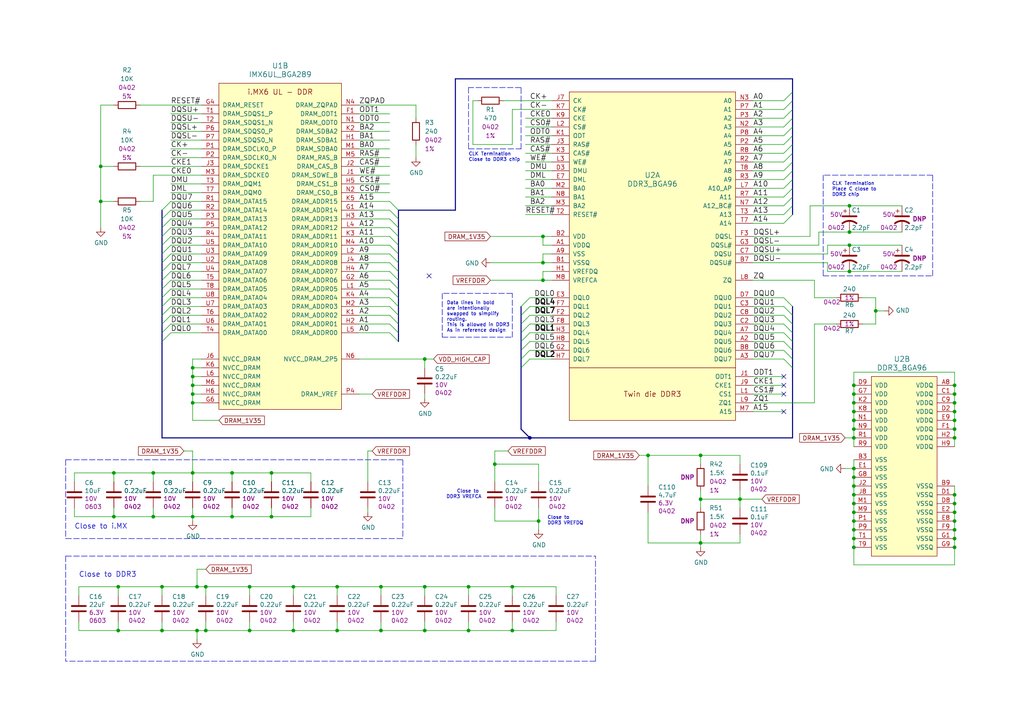
<source format=kicad_sch>
(kicad_sch (version 20211123) (generator eeschema)
  (paper "A4")
  (title_block (title "DDR3"))
  (junction (at 203.2 132.08))
  (junction (at 276.86 148.59))
  (junction (at 67.31 149.86))
  (junction (at 72.39 182.88))
  (junction (at 97.79 182.88))
  (junction (at 46.99 170.18))
  (junction (at 246.38 71.12))
  (junction (at 123.19 182.88))
  (junction (at 57.15 170.18))
  (junction (at 247.65 140.97))
  (junction (at 67.31 137.16))
  (junction (at 97.79 170.18))
  (junction (at 72.39 170.18))
  (junction (at 33.02 137.16))
  (junction (at 55.88 109.22))
  (junction (at 203.2 157.48))
  (junction (at 247.65 124.46))
  (junction (at 276.86 146.05))
  (junction (at 247.65 146.05))
  (junction (at 135.89 170.18))
  (junction (at 153.67 127))
  (junction (at 55.88 106.68))
  (junction (at 85.09 170.18))
  (junction (at 246.38 67.31))
  (junction (at 157.48 81.28))
  (junction (at 247.65 121.92))
  (junction (at 29.21 58.42))
  (junction (at 78.74 149.86))
  (junction (at 33.02 149.86))
  (junction (at 29.21 48.26))
  (junction (at 247.65 111.76))
  (junction (at 276.86 124.46))
  (junction (at 55.88 116.84))
  (junction (at 55.88 111.76))
  (junction (at 246.38 59.69))
  (junction (at 148.59 170.18))
  (junction (at 276.86 153.67))
  (junction (at 247.65 116.84))
  (junction (at 247.65 114.3))
  (junction (at 247.65 143.51))
  (junction (at 34.29 170.18))
  (junction (at 110.49 170.18))
  (junction (at 276.86 143.51))
  (junction (at 276.86 121.92))
  (junction (at 276.86 156.21))
  (junction (at 143.51 134.62))
  (junction (at 78.74 137.16))
  (junction (at 55.88 149.86))
  (junction (at 276.86 151.13))
  (junction (at 44.45 149.86))
  (junction (at 276.86 158.75))
  (junction (at 34.29 182.88))
  (junction (at 247.65 151.13))
  (junction (at 247.65 153.67))
  (junction (at 123.19 170.18))
  (junction (at 110.49 182.88))
  (junction (at 135.89 182.88))
  (junction (at 247.65 158.75))
  (junction (at 254 90.17))
  (junction (at 85.09 182.88))
  (junction (at 276.86 111.76))
  (junction (at 214.63 144.78))
  (junction (at 157.48 76.2))
  (junction (at 276.86 116.84))
  (junction (at 123.19 104.14))
  (junction (at 247.65 135.89))
  (junction (at 59.69 170.18))
  (junction (at 276.86 114.3))
  (junction (at 247.65 138.43))
  (junction (at 148.59 182.88))
  (junction (at 276.86 127))
  (junction (at 57.15 182.88))
  (junction (at 247.65 119.38))
  (junction (at 59.69 182.88))
  (junction (at 187.96 132.08))
  (junction (at 157.48 68.58))
  (junction (at 276.86 119.38))
  (junction (at 55.88 114.3))
  (junction (at 203.2 144.78))
  (junction (at 46.99 182.88))
  (junction (at 247.65 127))
  (junction (at 247.65 148.59))
  (junction (at 246.38 78.74))
  (junction (at 156.21 151.13))
  (junction (at 55.88 137.16))
  (junction (at 44.45 137.16))
  (junction (at 247.65 156.21))
  (no_connect (at 227.33 119.38))
  (no_connect (at 124.46 80.01))
  (no_connect (at 227.33 111.76))
  (no_connect (at 227.33 114.3))
  (no_connect (at 227.33 109.22))
  (bus_entry (at 227.33 86.36) (size 2.54 2.54))
  (bus_entry (at 46.99 73.66) (size 2.54 -2.54))
  (bus_entry (at 151.13 104.14) (size 2.54 -2.54))
  (bus_entry (at 227.33 104.14) (size 2.54 2.54))
  (bus_entry (at 151.13 91.44) (size 2.54 -2.54))
  (bus_entry (at 46.99 83.82) (size 2.54 -2.54))
  (bus_entry (at 46.99 60.96) (size 2.54 -2.54))
  (bus_entry (at 227.33 96.52) (size 2.54 2.54))
  (bus_entry (at 115.57 60.96) (size -2.54 -2.54))
  (bus_entry (at 227.33 39.37) (size 2.54 -2.54))
  (bus_entry (at 227.33 93.98) (size 2.54 2.54))
  (bus_entry (at 49.53 96.52) (size -2.54 2.54))
  (bus_entry (at 115.57 71.12) (size -2.54 -2.54))
  (bus_entry (at 115.57 78.74) (size -2.54 -2.54))
  (bus_entry (at 227.33 41.91) (size 2.54 -2.54))
  (bus_entry (at 46.99 91.44) (size 2.54 -2.54))
  (bus_entry (at 46.99 68.58) (size 2.54 -2.54))
  (bus_entry (at 227.33 36.83) (size 2.54 -2.54))
  (bus_entry (at 115.57 68.58) (size -2.54 -2.54))
  (bus_entry (at 46.99 81.28) (size 2.54 -2.54))
  (bus_entry (at 113.03 96.52) (size 2.54 2.54))
  (bus_entry (at 227.33 46.99) (size 2.54 -2.54))
  (bus_entry (at 229.87 59.69) (size -2.54 2.54))
  (bus_entry (at 227.33 49.53) (size 2.54 -2.54))
  (bus_entry (at 227.33 59.69) (size 2.54 -2.54))
  (bus_entry (at 46.99 71.12) (size 2.54 -2.54))
  (bus_entry (at 151.13 93.98) (size 2.54 -2.54))
  (bus_entry (at 46.99 66.04) (size 2.54 -2.54))
  (bus_entry (at 46.99 86.36) (size 2.54 -2.54))
  (bus_entry (at 115.57 83.82) (size -2.54 -2.54))
  (bus_entry (at 113.03 93.98) (size 2.54 2.54))
  (bus_entry (at 115.57 93.98) (size -2.54 -2.54))
  (bus_entry (at 115.57 63.5) (size -2.54 -2.54))
  (bus_entry (at 46.99 93.98) (size 2.54 -2.54))
  (bus_entry (at 227.33 44.45) (size 2.54 -2.54))
  (bus_entry (at 115.57 66.04) (size -2.54 -2.54))
  (bus_entry (at 227.33 31.75) (size 2.54 -2.54))
  (bus_entry (at 115.57 86.36) (size -2.54 -2.54))
  (bus_entry (at 46.99 76.2) (size 2.54 -2.54))
  (bus_entry (at 151.13 96.52) (size 2.54 -2.54))
  (bus_entry (at 227.33 52.07) (size 2.54 -2.54))
  (bus_entry (at 115.57 88.9) (size -2.54 -2.54))
  (bus_entry (at 151.13 101.6) (size 2.54 -2.54))
  (bus_entry (at 227.33 88.9) (size 2.54 2.54))
  (bus_entry (at 115.57 91.44) (size -2.54 -2.54))
  (bus_entry (at 46.99 78.74) (size 2.54 -2.54))
  (bus_entry (at 151.13 88.9) (size 2.54 -2.54))
  (bus_entry (at 227.33 29.21) (size 2.54 -2.54))
  (bus_entry (at 46.99 63.5) (size 2.54 -2.54))
  (bus_entry (at 229.87 62.23) (size -2.54 2.54))
  (bus_entry (at 115.57 76.2) (size -2.54 -2.54))
  (bus_entry (at 227.33 91.44) (size 2.54 2.54))
  (bus_entry (at 49.53 93.98) (size -2.54 2.54))
  (bus_entry (at 227.33 57.15) (size 2.54 -2.54))
  (bus_entry (at 115.57 81.28) (size -2.54 -2.54))
  (bus_entry (at 151.13 106.68) (size 2.54 -2.54))
  (bus_entry (at 227.33 101.6) (size 2.54 2.54))
  (bus_entry (at 115.57 73.66) (size -2.54 -2.54))
  (bus_entry (at 227.33 99.06) (size 2.54 2.54))
  (bus_entry (at 151.13 99.06) (size 2.54 -2.54))
  (bus_entry (at 227.33 54.61) (size 2.54 -2.54))
  (bus_entry (at 46.99 88.9) (size 2.54 -2.54))
  (bus_entry (at 227.33 34.29) (size 2.54 -2.54))
  (wire (pts (xy 246.38 67.31) (xy 261.62 67.31)))
  (wire (pts (xy 104.14 63.5) (xy 113.03 63.5)))
  (wire (pts (xy 29.21 58.42) (xy 29.21 66.04)))
  (wire (pts (xy 78.74 139.7) (xy 78.74 137.16)))
  (bus (pts (xy 115.57 76.2) (xy 115.57 78.74)))
  (wire (pts (xy 214.63 144.78) (xy 214.63 147.32)))
  (wire (pts (xy 160.02 78.74) (xy 157.48 78.74)))
  (bus (pts (xy 229.87 46.99) (xy 229.87 49.53)))
  (wire (pts (xy 218.44 68.58) (xy 234.95 68.58)))
  (bus (pts (xy 46.99 81.28) (xy 46.99 83.82)))
  (wire (pts (xy 55.88 109.22) (xy 55.88 111.76)))
  (bus (pts (xy 229.87 54.61) (xy 229.87 57.15)))
  (polyline (pts (xy 19.05 161.29) (xy 172.72 161.29)))
  (bus (pts (xy 115.57 60.96) (xy 115.57 63.5)))
  (wire (pts (xy 21.59 137.16) (xy 33.02 137.16)))
  (wire (pts (xy 44.45 58.42) (xy 40.64 58.42)))
  (polyline (pts (xy 19.05 161.29) (xy 19.05 191.77)))
  (bus (pts (xy 229.87 106.68) (xy 229.87 127)))
  (wire (pts (xy 148.59 182.88) (xy 161.29 182.88)))
  (wire (pts (xy 58.42 111.76) (xy 55.88 111.76)))
  (wire (pts (xy 46.99 180.34) (xy 46.99 182.88)))
  (wire (pts (xy 55.88 121.92) (xy 63.5 121.92)))
  (wire (pts (xy 218.44 29.21) (xy 227.33 29.21)))
  (wire (pts (xy 123.19 170.18) (xy 135.89 170.18)))
  (bus (pts (xy 151.13 96.52) (xy 151.13 99.06)))
  (wire (pts (xy 49.53 66.04) (xy 58.42 66.04)))
  (wire (pts (xy 55.88 109.22) (xy 58.42 109.22)))
  (bus (pts (xy 229.87 91.44) (xy 229.87 93.98)))
  (bus (pts (xy 229.87 29.21) (xy 229.87 31.75)))
  (wire (pts (xy 85.09 180.34) (xy 85.09 182.88)))
  (wire (pts (xy 110.49 182.88) (xy 123.19 182.88)))
  (wire (pts (xy 104.14 76.2) (xy 113.03 76.2)))
  (bus (pts (xy 229.87 36.83) (xy 229.87 39.37)))
  (wire (pts (xy 227.33 46.99) (xy 218.44 46.99)))
  (wire (pts (xy 276.86 158.75) (xy 276.86 156.21)))
  (wire (pts (xy 58.42 43.18) (xy 49.53 43.18)))
  (polyline (pts (xy 151.13 43.18) (xy 151.13 25.4)))
  (wire (pts (xy 138.43 29.21) (xy 137.16 29.21)))
  (bus (pts (xy 151.13 91.44) (xy 151.13 93.98)))
  (wire (pts (xy 276.86 163.83) (xy 276.86 158.75)))
  (wire (pts (xy 97.79 182.88) (xy 110.49 182.88)))
  (wire (pts (xy 157.48 68.58) (xy 160.02 68.58)))
  (wire (pts (xy 135.89 170.18) (xy 135.89 172.72)))
  (wire (pts (xy 152.4 52.07) (xy 160.02 52.07)))
  (polyline (pts (xy 135.89 43.18) (xy 151.13 43.18)))
  (wire (pts (xy 143.51 130.81) (xy 143.51 134.62)))
  (wire (pts (xy 67.31 147.32) (xy 67.31 149.86)))
  (wire (pts (xy 148.59 41.91) (xy 137.16 41.91)))
  (wire (pts (xy 49.53 55.88) (xy 58.42 55.88)))
  (wire (pts (xy 44.45 50.8) (xy 44.45 58.42)))
  (wire (pts (xy 67.31 137.16) (xy 78.74 137.16)))
  (bus (pts (xy 115.57 96.52) (xy 115.57 99.06)))
  (wire (pts (xy 123.19 104.14) (xy 125.73 104.14)))
  (bus (pts (xy 115.57 83.82) (xy 115.57 86.36)))
  (wire (pts (xy 55.88 114.3) (xy 58.42 114.3)))
  (wire (pts (xy 59.69 180.34) (xy 59.69 182.88)))
  (wire (pts (xy 161.29 182.88) (xy 161.29 180.34)))
  (bus (pts (xy 229.87 52.07) (xy 229.87 54.61)))
  (wire (pts (xy 104.14 83.82) (xy 113.03 83.82)))
  (wire (pts (xy 247.65 119.38) (xy 247.65 121.92)))
  (wire (pts (xy 152.4 62.23) (xy 160.02 62.23)))
  (polyline (pts (xy 135.89 25.4) (xy 135.89 43.18)))
  (wire (pts (xy 247.65 107.95) (xy 247.65 111.76)))
  (bus (pts (xy 46.99 93.98) (xy 46.99 96.52)))
  (wire (pts (xy 148.59 31.75) (xy 160.02 31.75)))
  (wire (pts (xy 34.29 180.34) (xy 34.29 182.88)))
  (wire (pts (xy 123.19 182.88) (xy 135.89 182.88)))
  (wire (pts (xy 33.02 48.26) (xy 29.21 48.26)))
  (wire (pts (xy 247.65 133.35) (xy 247.65 135.89)))
  (wire (pts (xy 55.88 149.86) (xy 67.31 149.86)))
  (wire (pts (xy 203.2 132.08) (xy 187.96 132.08)))
  (polyline (pts (xy 19.05 133.35) (xy 19.05 156.21)))
  (bus (pts (xy 153.67 127) (xy 229.87 127)))
  (bus (pts (xy 229.87 49.53) (xy 229.87 52.07)))
  (wire (pts (xy 59.69 182.88) (xy 72.39 182.88)))
  (wire (pts (xy 97.79 170.18) (xy 110.49 170.18)))
  (wire (pts (xy 44.45 50.8) (xy 58.42 50.8)))
  (wire (pts (xy 72.39 170.18) (xy 72.39 172.72)))
  (wire (pts (xy 214.63 157.48) (xy 214.63 154.94)))
  (wire (pts (xy 55.88 111.76) (xy 55.88 114.3)))
  (wire (pts (xy 247.65 124.46) (xy 247.65 127)))
  (polyline (pts (xy 172.72 191.77) (xy 19.05 191.77)))
  (wire (pts (xy 247.65 121.92) (xy 247.65 124.46)))
  (wire (pts (xy 58.42 93.98) (xy 49.53 93.98)))
  (bus (pts (xy 151.13 104.14) (xy 151.13 106.68)))
  (wire (pts (xy 143.51 134.62) (xy 143.51 139.7)))
  (polyline (pts (xy 128.27 85.09) (xy 128.27 97.79)))
  (wire (pts (xy 203.2 142.24) (xy 203.2 144.78)))
  (wire (pts (xy 107.95 130.81) (xy 106.68 130.81)))
  (wire (pts (xy 276.86 143.51) (xy 276.86 140.97)))
  (wire (pts (xy 152.4 59.69) (xy 160.02 59.69)))
  (wire (pts (xy 160.02 36.83) (xy 152.4 36.83)))
  (wire (pts (xy 148.59 31.75) (xy 148.59 41.91)))
  (wire (pts (xy 49.53 86.36) (xy 58.42 86.36)))
  (wire (pts (xy 276.86 121.92) (xy 276.86 124.46)))
  (wire (pts (xy 58.42 88.9) (xy 49.53 88.9)))
  (wire (pts (xy 21.59 147.32) (xy 21.59 149.86)))
  (bus (pts (xy 229.87 96.52) (xy 229.87 99.06)))
  (wire (pts (xy 49.53 81.28) (xy 58.42 81.28)))
  (wire (pts (xy 218.44 116.84) (xy 236.22 116.84)))
  (bus (pts (xy 229.87 26.67) (xy 229.87 29.21)))
  (wire (pts (xy 247.65 151.13) (xy 247.65 153.67)))
  (bus (pts (xy 151.13 93.98) (xy 151.13 96.52)))
  (wire (pts (xy 247.65 127) (xy 247.65 129.54)))
  (wire (pts (xy 247.65 114.3) (xy 247.65 116.84)))
  (wire (pts (xy 247.65 143.51) (xy 247.65 146.05)))
  (wire (pts (xy 104.14 30.48) (xy 120.65 30.48)))
  (wire (pts (xy 160.02 86.36) (xy 153.67 86.36)))
  (wire (pts (xy 254 93.98) (xy 250.19 93.98)))
  (wire (pts (xy 104.14 68.58) (xy 113.03 68.58)))
  (wire (pts (xy 234.95 59.69) (xy 246.38 59.69)))
  (wire (pts (xy 120.65 30.48) (xy 120.65 34.29)))
  (wire (pts (xy 59.69 172.72) (xy 59.69 170.18)))
  (wire (pts (xy 104.14 114.3) (xy 107.95 114.3)))
  (wire (pts (xy 33.02 147.32) (xy 33.02 149.86)))
  (wire (pts (xy 187.96 148.59) (xy 187.96 157.48)))
  (wire (pts (xy 49.53 35.56) (xy 58.42 35.56)))
  (wire (pts (xy 29.21 30.48) (xy 29.21 48.26)))
  (wire (pts (xy 104.14 96.52) (xy 113.03 96.52)))
  (wire (pts (xy 157.48 81.28) (xy 160.02 81.28)))
  (wire (pts (xy 157.48 73.66) (xy 157.48 76.2)))
  (bus (pts (xy 229.87 39.37) (xy 229.87 41.91)))
  (bus (pts (xy 229.87 31.75) (xy 229.87 34.29)))
  (wire (pts (xy 146.05 29.21) (xy 160.02 29.21)))
  (wire (pts (xy 276.86 116.84) (xy 276.86 119.38)))
  (wire (pts (xy 22.86 170.18) (xy 34.29 170.18)))
  (wire (pts (xy 135.89 170.18) (xy 148.59 170.18)))
  (wire (pts (xy 247.65 138.43) (xy 247.65 140.97)))
  (bus (pts (xy 115.57 81.28) (xy 115.57 83.82)))
  (wire (pts (xy 152.4 39.37) (xy 160.02 39.37)))
  (wire (pts (xy 242.57 93.98) (xy 236.22 93.98)))
  (wire (pts (xy 143.51 151.13) (xy 156.21 151.13)))
  (wire (pts (xy 148.59 172.72) (xy 148.59 170.18)))
  (wire (pts (xy 214.63 134.62) (xy 214.63 132.08)))
  (wire (pts (xy 85.09 170.18) (xy 97.79 170.18)))
  (wire (pts (xy 104.14 50.8) (xy 113.03 50.8)))
  (wire (pts (xy 34.29 182.88) (xy 46.99 182.88)))
  (wire (pts (xy 246.38 59.69) (xy 261.62 59.69)))
  (bus (pts (xy 115.57 86.36) (xy 115.57 88.9)))
  (wire (pts (xy 55.88 130.81) (xy 55.88 137.16)))
  (wire (pts (xy 58.42 38.1) (xy 49.53 38.1)))
  (wire (pts (xy 72.39 182.88) (xy 85.09 182.88)))
  (wire (pts (xy 227.33 54.61) (xy 218.44 54.61)))
  (bus (pts (xy 46.99 71.12) (xy 46.99 73.66)))
  (wire (pts (xy 33.02 137.16) (xy 44.45 137.16)))
  (wire (pts (xy 227.33 36.83) (xy 218.44 36.83)))
  (wire (pts (xy 58.42 63.5) (xy 49.53 63.5)))
  (wire (pts (xy 33.02 58.42) (xy 29.21 58.42)))
  (wire (pts (xy 247.65 111.76) (xy 247.65 114.3)))
  (bus (pts (xy 115.57 78.74) (xy 115.57 81.28)))
  (wire (pts (xy 276.86 107.95) (xy 247.65 107.95)))
  (bus (pts (xy 229.87 44.45) (xy 229.87 46.99)))
  (wire (pts (xy 40.64 48.26) (xy 58.42 48.26)))
  (wire (pts (xy 55.88 151.13) (xy 55.88 149.86)))
  (wire (pts (xy 245.11 135.89) (xy 247.65 135.89)))
  (wire (pts (xy 152.4 44.45) (xy 160.02 44.45)))
  (wire (pts (xy 227.33 88.9) (xy 218.44 88.9)))
  (wire (pts (xy 104.14 104.14) (xy 123.19 104.14)))
  (wire (pts (xy 104.14 88.9) (xy 113.03 88.9)))
  (wire (pts (xy 21.59 139.7) (xy 21.59 137.16)))
  (bus (pts (xy 115.57 91.44) (xy 115.57 93.98)))
  (wire (pts (xy 137.16 29.21) (xy 137.16 41.91)))
  (wire (pts (xy 123.19 114.3) (xy 123.19 115.57)))
  (wire (pts (xy 242.57 86.36) (xy 236.22 86.36)))
  (wire (pts (xy 187.96 157.48) (xy 203.2 157.48)))
  (wire (pts (xy 218.44 62.23) (xy 227.33 62.23)))
  (wire (pts (xy 247.65 146.05) (xy 247.65 148.59)))
  (wire (pts (xy 135.89 180.34) (xy 135.89 182.88)))
  (wire (pts (xy 185.42 132.08) (xy 187.96 132.08)))
  (wire (pts (xy 203.2 144.78) (xy 214.63 144.78)))
  (wire (pts (xy 55.88 104.14) (xy 55.88 106.68)))
  (bus (pts (xy 115.57 73.66) (xy 115.57 76.2)))
  (wire (pts (xy 58.42 58.42) (xy 49.53 58.42)))
  (wire (pts (xy 254 90.17) (xy 254 86.36)))
  (wire (pts (xy 46.99 182.88) (xy 57.15 182.88)))
  (wire (pts (xy 152.4 49.53) (xy 160.02 49.53)))
  (wire (pts (xy 106.68 130.81) (xy 106.68 139.7)))
  (bus (pts (xy 46.99 88.9) (xy 46.99 91.44)))
  (bus (pts (xy 151.13 99.06) (xy 151.13 101.6)))
  (wire (pts (xy 97.79 170.18) (xy 97.79 172.72)))
  (wire (pts (xy 72.39 170.18) (xy 85.09 170.18)))
  (wire (pts (xy 218.44 114.3) (xy 227.33 114.3)))
  (wire (pts (xy 49.53 76.2) (xy 58.42 76.2)))
  (wire (pts (xy 58.42 104.14) (xy 55.88 104.14)))
  (wire (pts (xy 58.42 73.66) (xy 49.53 73.66)))
  (wire (pts (xy 152.4 34.29) (xy 160.02 34.29)))
  (wire (pts (xy 67.31 149.86) (xy 78.74 149.86)))
  (wire (pts (xy 227.33 41.91) (xy 218.44 41.91)))
  (wire (pts (xy 49.53 91.44) (xy 58.42 91.44)))
  (wire (pts (xy 143.51 134.62) (xy 156.21 134.62)))
  (bus (pts (xy 46.99 99.06) (xy 46.99 127)))
  (wire (pts (xy 78.74 137.16) (xy 90.17 137.16)))
  (wire (pts (xy 44.45 137.16) (xy 55.88 137.16)))
  (wire (pts (xy 148.59 180.34) (xy 148.59 182.88)))
  (wire (pts (xy 160.02 71.12) (xy 157.48 71.12)))
  (bus (pts (xy 132.08 22.86) (xy 229.87 22.86)))
  (bus (pts (xy 46.99 68.58) (xy 46.99 71.12)))
  (polyline (pts (xy 116.84 133.35) (xy 116.84 156.21)))
  (wire (pts (xy 49.53 60.96) (xy 58.42 60.96)))
  (wire (pts (xy 256.54 90.17) (xy 254 90.17)))
  (wire (pts (xy 203.2 157.48) (xy 203.2 158.75)))
  (wire (pts (xy 247.65 140.97) (xy 247.65 143.51)))
  (wire (pts (xy 153.67 88.9) (xy 160.02 88.9)))
  (bus (pts (xy 151.13 106.68) (xy 151.13 124.46)))
  (wire (pts (xy 187.96 132.08) (xy 187.96 140.97)))
  (wire (pts (xy 227.33 104.14) (xy 218.44 104.14)))
  (wire (pts (xy 90.17 149.86) (xy 90.17 147.32)))
  (wire (pts (xy 104.14 45.72) (xy 113.03 45.72)))
  (wire (pts (xy 157.48 78.74) (xy 157.48 81.28)))
  (wire (pts (xy 214.63 144.78) (xy 214.63 142.24)))
  (bus (pts (xy 229.87 88.9) (xy 229.87 91.44)))
  (bus (pts (xy 229.87 104.14) (xy 229.87 106.68)))
  (wire (pts (xy 123.19 104.14) (xy 123.19 106.68)))
  (bus (pts (xy 115.57 71.12) (xy 115.57 73.66)))
  (wire (pts (xy 218.44 64.77) (xy 227.33 64.77)))
  (wire (pts (xy 59.69 165.1) (xy 57.15 165.1)))
  (wire (pts (xy 246.38 78.74) (xy 261.62 78.74)))
  (bus (pts (xy 46.99 73.66) (xy 46.99 76.2)))
  (wire (pts (xy 22.86 182.88) (xy 34.29 182.88)))
  (wire (pts (xy 247.65 116.84) (xy 247.65 119.38)))
  (wire (pts (xy 104.14 78.74) (xy 113.03 78.74)))
  (wire (pts (xy 57.15 182.88) (xy 59.69 182.88)))
  (wire (pts (xy 153.67 99.06) (xy 160.02 99.06)))
  (wire (pts (xy 218.44 96.52) (xy 227.33 96.52)))
  (bus (pts (xy 229.87 101.6) (xy 229.87 104.14)))
  (bus (pts (xy 115.57 66.04) (xy 115.57 68.58)))
  (wire (pts (xy 218.44 44.45) (xy 227.33 44.45)))
  (wire (pts (xy 104.14 53.34) (xy 113.03 53.34)))
  (wire (pts (xy 156.21 134.62) (xy 156.21 139.7)))
  (wire (pts (xy 247.65 135.89) (xy 247.65 138.43)))
  (wire (pts (xy 227.33 49.53) (xy 218.44 49.53)))
  (polyline (pts (xy 148.59 97.79) (xy 148.59 85.09)))
  (wire (pts (xy 276.86 151.13) (xy 276.86 148.59)))
  (wire (pts (xy 276.86 114.3) (xy 276.86 116.84)))
  (wire (pts (xy 276.86 119.38) (xy 276.86 121.92)))
  (wire (pts (xy 33.02 137.16) (xy 33.02 139.7)))
  (polyline (pts (xy 151.13 25.4) (xy 135.89 25.4)))
  (wire (pts (xy 104.14 93.98) (xy 113.03 93.98)))
  (wire (pts (xy 55.88 137.16) (xy 67.31 137.16)))
  (bus (pts (xy 115.57 93.98) (xy 115.57 96.52)))
  (bus (pts (xy 229.87 22.86) (xy 229.87 26.67)))
  (wire (pts (xy 276.86 153.67) (xy 276.86 151.13)))
  (wire (pts (xy 247.65 153.67) (xy 247.65 156.21)))
  (wire (pts (xy 142.24 81.28) (xy 157.48 81.28)))
  (wire (pts (xy 44.45 149.86) (xy 55.88 149.86)))
  (wire (pts (xy 33.02 149.86) (xy 44.45 149.86)))
  (wire (pts (xy 237.49 67.31) (xy 246.38 67.31)))
  (wire (pts (xy 218.44 52.07) (xy 227.33 52.07)))
  (wire (pts (xy 49.53 40.64) (xy 58.42 40.64)))
  (wire (pts (xy 240.03 76.2) (xy 240.03 78.74)))
  (wire (pts (xy 57.15 170.18) (xy 59.69 170.18)))
  (wire (pts (xy 55.88 114.3) (xy 55.88 116.84)))
  (wire (pts (xy 276.86 107.95) (xy 276.86 111.76)))
  (wire (pts (xy 276.86 156.21) (xy 276.86 153.67)))
  (wire (pts (xy 160.02 91.44) (xy 153.67 91.44)))
  (wire (pts (xy 203.2 157.48) (xy 203.2 154.94)))
  (wire (pts (xy 29.21 48.26) (xy 29.21 58.42)))
  (wire (pts (xy 59.69 170.18) (xy 72.39 170.18)))
  (wire (pts (xy 240.03 78.74) (xy 246.38 78.74)))
  (wire (pts (xy 104.14 60.96) (xy 113.03 60.96)))
  (bus (pts (xy 46.99 60.96) (xy 46.99 63.5)))
  (wire (pts (xy 44.45 147.32) (xy 44.45 149.86)))
  (wire (pts (xy 236.22 86.36) (xy 236.22 81.28)))
  (wire (pts (xy 160.02 73.66) (xy 157.48 73.66)))
  (bus (pts (xy 115.57 60.96) (xy 132.08 60.96)))
  (bus (pts (xy 46.99 76.2) (xy 46.99 78.74)))
  (polyline (pts (xy 270.51 50.8) (xy 238.76 50.8)))
  (wire (pts (xy 67.31 139.7) (xy 67.31 137.16)))
  (bus (pts (xy 151.13 124.46) (xy 153.67 127)))
  (wire (pts (xy 135.89 182.88) (xy 148.59 182.88)))
  (wire (pts (xy 203.2 132.08) (xy 203.2 134.62)))
  (wire (pts (xy 55.88 116.84) (xy 58.42 116.84)))
  (bus (pts (xy 115.57 63.5) (xy 115.57 66.04)))
  (wire (pts (xy 246.38 71.12) (xy 261.62 71.12)))
  (wire (pts (xy 160.02 101.6) (xy 153.67 101.6)))
  (wire (pts (xy 123.19 180.34) (xy 123.19 182.88)))
  (wire (pts (xy 218.44 91.44) (xy 227.33 91.44)))
  (wire (pts (xy 160.02 41.91) (xy 152.4 41.91)))
  (wire (pts (xy 247.65 156.21) (xy 247.65 158.75)))
  (bus (pts (xy 151.13 101.6) (xy 151.13 104.14)))
  (wire (pts (xy 104.14 48.26) (xy 113.03 48.26)))
  (wire (pts (xy 72.39 180.34) (xy 72.39 182.88)))
  (wire (pts (xy 49.53 71.12) (xy 58.42 71.12)))
  (wire (pts (xy 234.95 68.58) (xy 234.95 59.69)))
  (wire (pts (xy 153.67 93.98) (xy 160.02 93.98)))
  (wire (pts (xy 157.48 76.2) (xy 160.02 76.2)))
  (wire (pts (xy 218.44 101.6) (xy 227.33 101.6)))
  (bus (pts (xy 46.99 127) (xy 153.67 127)))
  (wire (pts (xy 49.53 96.52) (xy 58.42 96.52)))
  (polyline (pts (xy 172.72 191.77) (xy 172.72 161.29)))
  (wire (pts (xy 104.14 38.1) (xy 113.03 38.1)))
  (wire (pts (xy 254 86.36) (xy 250.19 86.36)))
  (wire (pts (xy 237.49 71.12) (xy 237.49 67.31)))
  (wire (pts (xy 227.33 93.98) (xy 218.44 93.98)))
  (wire (pts (xy 240.03 73.66) (xy 240.03 71.12)))
  (bus (pts (xy 46.99 91.44) (xy 46.99 93.98)))
  (wire (pts (xy 33.02 30.48) (xy 29.21 30.48)))
  (wire (pts (xy 46.99 170.18) (xy 46.99 172.72)))
  (wire (pts (xy 236.22 81.28) (xy 218.44 81.28)))
  (wire (pts (xy 104.14 73.66) (xy 113.03 73.66)))
  (wire (pts (xy 34.29 170.18) (xy 46.99 170.18)))
  (wire (pts (xy 120.65 41.91) (xy 120.65 45.72)))
  (bus (pts (xy 229.87 41.91) (xy 229.87 44.45)))
  (wire (pts (xy 247.65 148.59) (xy 247.65 151.13)))
  (wire (pts (xy 247.65 158.75) (xy 247.65 163.83)))
  (wire (pts (xy 142.24 68.58) (xy 157.48 68.58)))
  (wire (pts (xy 104.14 81.28) (xy 113.03 81.28)))
  (bus (pts (xy 46.99 96.52) (xy 46.99 99.06)))
  (bus (pts (xy 229.87 57.15) (xy 229.87 59.69)))
  (bus (pts (xy 46.99 86.36) (xy 46.99 88.9)))
  (wire (pts (xy 104.14 33.02) (xy 113.03 33.02)))
  (wire (pts (xy 123.19 170.18) (xy 123.19 172.72)))
  (wire (pts (xy 58.42 106.68) (xy 55.88 106.68)))
  (wire (pts (xy 214.63 132.08) (xy 203.2 132.08)))
  (wire (pts (xy 34.29 170.18) (xy 34.29 172.72)))
  (polyline (pts (xy 128.27 97.79) (xy 148.59 97.79)))
  (wire (pts (xy 227.33 111.76) (xy 218.44 111.76)))
  (wire (pts (xy 157.48 71.12) (xy 157.48 68.58)))
  (wire (pts (xy 22.86 180.34) (xy 22.86 182.88)))
  (wire (pts (xy 254 90.17) (xy 254 93.98)))
  (wire (pts (xy 104.14 35.56) (xy 113.03 35.56)))
  (wire (pts (xy 97.79 180.34) (xy 97.79 182.88)))
  (wire (pts (xy 227.33 59.69) (xy 218.44 59.69)))
  (wire (pts (xy 218.44 109.22) (xy 227.33 109.22)))
  (polyline (pts (xy 19.05 156.21) (xy 116.84 156.21)))
  (bus (pts (xy 46.99 63.5) (xy 46.99 66.04)))
  (wire (pts (xy 46.99 170.18) (xy 57.15 170.18)))
  (wire (pts (xy 276.86 146.05) (xy 276.86 143.51)))
  (wire (pts (xy 218.44 39.37) (xy 227.33 39.37)))
  (wire (pts (xy 276.86 127) (xy 276.86 129.54)))
  (wire (pts (xy 160.02 57.15) (xy 152.4 57.15)))
  (wire (pts (xy 104.14 86.36) (xy 113.03 86.36)))
  (polyline (pts (xy 270.51 80.01) (xy 270.51 50.8)))
  (wire (pts (xy 227.33 99.06) (xy 218.44 99.06)))
  (wire (pts (xy 58.42 68.58) (xy 49.53 68.58)))
  (wire (pts (xy 110.49 180.34) (xy 110.49 182.88)))
  (wire (pts (xy 55.88 147.32) (xy 55.88 149.86)))
  (wire (pts (xy 85.09 172.72) (xy 85.09 170.18)))
  (wire (pts (xy 236.22 93.98) (xy 236.22 116.84)))
  (wire (pts (xy 78.74 149.86) (xy 90.17 149.86)))
  (bus (pts (xy 151.13 88.9) (xy 151.13 91.44)))
  (wire (pts (xy 58.42 78.74) (xy 49.53 78.74)))
  (wire (pts (xy 153.67 104.14) (xy 160.02 104.14)))
  (polyline (pts (xy 238.76 80.01) (xy 270.51 80.01)))
  (wire (pts (xy 90.17 137.16) (xy 90.17 139.7)))
  (wire (pts (xy 156.21 147.32) (xy 156.21 151.13)))
  (wire (pts (xy 152.4 46.99) (xy 160.02 46.99)))
  (wire (pts (xy 218.44 119.38) (xy 227.33 119.38)))
  (wire (pts (xy 104.14 43.18) (xy 113.03 43.18)))
  (polyline (pts (xy 238.76 50.8) (xy 238.76 80.01)))
  (wire (pts (xy 44.45 137.16) (xy 44.45 139.7)))
  (wire (pts (xy 240.03 71.12) (xy 246.38 71.12)))
  (bus (pts (xy 229.87 93.98) (xy 229.87 96.52)))
  (bus (pts (xy 115.57 88.9) (xy 115.57 91.44)))
  (wire (pts (xy 104.14 71.12) (xy 113.03 71.12)))
  (bus (pts (xy 132.08 60.96) (xy 132.08 22.86)))
  (wire (pts (xy 245.11 127) (xy 247.65 127)))
  (wire (pts (xy 104.14 91.44) (xy 113.03 91.44)))
  (wire (pts (xy 110.49 172.72) (xy 110.49 170.18)))
  (wire (pts (xy 55.88 106.68) (xy 55.88 109.22)))
  (wire (pts (xy 58.42 33.02) (xy 49.53 33.02)))
  (bus (pts (xy 229.87 34.29) (xy 229.87 36.83)))
  (wire (pts (xy 85.09 182.88) (xy 97.79 182.88)))
  (wire (pts (xy 276.86 148.59) (xy 276.86 146.05)))
  (wire (pts (xy 57.15 182.88) (xy 57.15 185.42)))
  (wire (pts (xy 161.29 172.72) (xy 161.29 170.18)))
  (wire (pts (xy 276.86 124.46) (xy 276.86 127)))
  (wire (pts (xy 142.24 76.2) (xy 157.48 76.2)))
  (wire (pts (xy 147.32 130.81) (xy 143.51 130.81)))
  (bus (pts (xy 229.87 99.06) (xy 229.87 101.6)))
  (bus (pts (xy 46.99 78.74) (xy 46.99 81.28)))
  (bus (pts (xy 115.57 68.58) (xy 115.57 71.12)))
  (wire (pts (xy 104.14 66.04) (xy 113.03 66.04)))
  (polyline (pts (xy 19.05 133.35) (xy 116.84 133.35)))
  (wire (pts (xy 218.44 31.75) (xy 227.33 31.75)))
  (wire (pts (xy 40.64 30.48) (xy 58.42 30.48)))
  (wire (pts (xy 218.44 57.15) (xy 227.33 57.15)))
  (wire (pts (xy 22.86 172.72) (xy 22.86 170.18)))
  (wire (pts (xy 104.14 58.42) (xy 113.03 58.42)))
  (wire (pts (xy 58.42 53.34) (xy 49.53 53.34)))
  (wire (pts (xy 148.59 170.18) (xy 161.29 170.18)))
  (bus (pts (xy 46.99 83.82) (xy 46.99 86.36)))
  (wire (pts (xy 218.44 86.36) (xy 227.33 86.36)))
  (wire (pts (xy 143.51 147.32) (xy 143.51 151.13)))
  (wire (pts (xy 53.34 130.81) (xy 55.88 130.81)))
  (wire (pts (xy 152.4 54.61) (xy 160.02 54.61)))
  (wire (pts (xy 218.44 76.2) (xy 240.03 76.2)))
  (wire (pts (xy 218.44 34.29) (xy 227.33 34.29)))
  (wire (pts (xy 203.2 157.48) (xy 214.63 157.48)))
  (wire (pts (xy 106.68 147.32) (xy 106.68 148.59)))
  (wire (pts (xy 218.44 73.66) (xy 240.03 73.66)))
  (wire (pts (xy 57.15 165.1) (xy 57.15 170.18)))
  (wire (pts (xy 110.49 170.18) (xy 123.19 170.18)))
  (wire (pts (xy 58.42 83.82) (xy 49.53 83.82)))
  (polyline (pts (xy 148.59 85.09) (xy 128.27 85.09)))
  (wire (pts (xy 58.42 45.72) (xy 49.53 45.72)))
  (wire (pts (xy 160.02 96.52) (xy 153.67 96.52)))
  (wire (pts (xy 203.2 144.78) (xy 203.2 147.32)))
  (wire (pts (xy 156.21 151.13) (xy 156.21 153.67)))
  (wire (pts (xy 21.59 149.86) (xy 33.02 149.86)))
  (wire (pts (xy 104.14 55.88) (xy 113.03 55.88)))
  (wire (pts (xy 276.86 111.76) (xy 276.86 114.3)))
  (bus (pts (xy 46.99 66.04) (xy 46.99 68.58)))
  (wire (pts (xy 55.88 116.84) (xy 55.88 121.92)))
  (wire (pts (xy 104.14 40.64) (xy 113.03 40.64)))
  (wire (pts (xy 78.74 147.32) (xy 78.74 149.86)))
  (wire (pts (xy 214.63 144.78) (xy 220.98 144.78)))
  (wire (pts (xy 218.44 71.12) (xy 237.49 71.12)))
  (wire (pts (xy 55.88 137.16) (xy 55.88 139.7)))
  (wire (pts (xy 247.65 163.83) (xy 276.86 163.83)))
  (bus (pts (xy 229.87 59.69) (xy 229.87 62.23)))
  (text "CLK Termination\nPlace C close to\nDDR3 chip" (at 241.3 57.15 0) (effects (font (size 0.9906 0.9906)) (justify left bottom)))
  (text "Close to i.MX" (at 21.59 153.67 0) (effects (font (size 1.4986 1.4986)) (justify left bottom)))
  (text "Close to \nDDR3 VREFCA" (at 139.7 144.78 180) (effects (font (size 0.9906 0.9906)) (justify right bottom)))
  (text "CLK Termination\nClose to DDR3 chip" (at 135.89 46.99 0) (effects (font (size 0.9906 0.9906)) (justify left bottom)))
  (text "Close to DDR3" (at 22.86 167.64 0) (effects (font (size 1.4986 1.4986)) (justify left bottom)))
  (text "Data lines in bold\nare intentionally\nswapped to simplify \nrouting.\nThis is allowed in DDR3\nAs in reference design" (at 129.54 96.52 0) (effects (font (size 0.9906 0.9906)) (justify left bottom)))
  (text "Close to \nDDR3 VREFDQ" (at 158.75 152.4 0) (effects (font (size 0.9906 0.9906)) (justify left bottom)))
  (label "DQL1" (at 154.94 96.52 0) (effects (font (size 1.524 1.524) (thickness 0.3048) bold)))
  (label "BA2" (at 104.14 38.1 0) (effects (font (size 1.524 1.524))))
  (label "A5" (at 218.44 41.91 0) (effects (font (size 1.524 1.524))))
  (label "DQSU+" (at 49.53 33.02 0) (effects (font (size 1.524 1.524))))
  (label "A15" (at 218.44 119.38 0) (effects (font (size 1.524 1.524))))
  (label "BA1" (at 153.67 57.15 0) (effects (font (size 1.524 1.524))))
  (label "DQL2" (at 49.53 91.44 0) (effects (font (size 1.524 1.524))))
  (label "ZQPAD" (at 104.14 30.48 0) (effects (font (size 1.524 1.524))))
  (label "BA0" (at 153.67 54.61 0) (effects (font (size 1.524 1.524))))
  (label "CS1#" (at 104.14 53.34 0) (effects (font (size 1.524 1.524))))
  (label "CS0#" (at 153.67 36.83 0) (effects (font (size 1.524 1.524))))
  (label "BA1" (at 104.14 40.64 0) (effects (font (size 1.524 1.524))))
  (label "ODT1" (at 218.44 109.22 0) (effects (font (size 1.524 1.524))))
  (label "CS0#" (at 104.14 55.88 0) (effects (font (size 1.524 1.524))))
  (label "DQL0" (at 49.53 96.52 0) (effects (font (size 1.524 1.524))))
  (label "DQL4" (at 154.94 88.9 0) (effects (font (size 1.524 1.524) (thickness 0.3048) bold)))
  (label "DQL4" (at 49.53 86.36 0) (effects (font (size 1.524 1.524))))
  (label "DMU" (at 153.67 49.53 0) (effects (font (size 1.524 1.524))))
  (label "DQU4" (at 218.44 96.52 0) (effects (font (size 1.524 1.524))))
  (label "DQL2" (at 154.94 104.14 0) (effects (font (size 1.524 1.524) (thickness 0.3048) bold)))
  (label "A14" (at 218.44 64.77 0) (effects (font (size 1.524 1.524))))
  (label "DQSL-" (at 218.44 71.12 0) (effects (font (size 1.524 1.524))))
  (label "CKE0" (at 153.67 34.29 0) (effects (font (size 1.524 1.524))))
  (label "DQL7" (at 49.53 78.74 0) (effects (font (size 1.524 1.524))))
  (label "DQU6" (at 49.53 60.96 0) (effects (font (size 1.524 1.524))))
  (label "DQU5" (at 218.44 99.06 0) (effects (font (size 1.524 1.524))))
  (label "A11" (at 218.44 57.15 0) (effects (font (size 1.524 1.524))))
  (label "CS1#" (at 218.44 114.3 0) (effects (font (size 1.524 1.524))))
  (label "DQL6" (at 49.53 81.28 0) (effects (font (size 1.524 1.524))))
  (label "DQU1" (at 218.44 88.9 0) (effects (font (size 1.524 1.524))))
  (label "ZQ" (at 218.44 81.28 0) (effects (font (size 1.524 1.524))))
  (label "DQSL-" (at 49.53 40.64 0) (effects (font (size 1.524 1.524))))
  (label "DQU7" (at 49.53 58.42 0) (effects (font (size 1.524 1.524))))
  (label "WE#" (at 104.14 50.8 0) (effects (font (size 1.524 1.524))))
  (label "A5" (at 104.14 83.82 0) (effects (font (size 1.524 1.524))))
  (label "A10" (at 104.14 71.12 0) (effects (font (size 1.524 1.524))))
  (label "CKE0" (at 49.53 50.8 0) (effects (font (size 1.524 1.524))))
  (label "DQU2" (at 49.53 71.12 0) (effects (font (size 1.524 1.524))))
  (label "CK+" (at 49.53 43.18 0) (effects (font (size 1.524 1.524))))
  (label "A1" (at 218.44 31.75 0) (effects (font (size 1.524 1.524))))
  (label "A10" (at 218.44 54.61 0) (effects (font (size 1.524 1.524))))
  (label "CKE1" (at 218.44 111.76 0) (effects (font (size 1.524 1.524))))
  (label "A12" (at 218.44 59.69 0) (effects (font (size 1.524 1.524))))
  (label "DQU3" (at 49.53 68.58 0) (effects (font (size 1.524 1.524))))
  (label "CKE1" (at 49.53 48.26 0) (effects (font (size 1.524 1.524))))
  (label "A8" (at 218.44 49.53 0) (effects (font (size 1.524 1.524))))
  (label "A9" (at 104.14 73.66 0) (effects (font (size 1.524 1.524))))
  (label "A4" (at 104.14 86.36 0) (effects (font (size 1.524 1.524))))
  (label "DQSL+" (at 49.53 38.1 0) (effects (font (size 1.524 1.524))))
  (label "A6" (at 218.44 44.45 0) (effects (font (size 1.524 1.524))))
  (label "ZQ1" (at 218.44 116.84 0) (effects (font (size 1.524 1.524))))
  (label "CK-" (at 153.67 31.75 0) (effects (font (size 1.524 1.524))))
  (label "DQL1" (at 49.53 93.98 0) (effects (font (size 1.524 1.524))))
  (label "DQL3" (at 154.94 93.98 0) (effects (font (size 1.524 1.524))))
  (label "DMU" (at 49.53 53.34 0) (effects (font (size 1.524 1.524))))
  (label "CAS#" (at 153.67 44.45 0) (effects (font (size 1.524 1.524))))
  (label "A8" (at 104.14 76.2 0) (effects (font (size 1.524 1.524))))
  (label "A0" (at 218.44 29.21 0) (effects (font (size 1.524 1.524))))
  (label "DQL5" (at 154.94 99.06 0) (effects (font (size 1.524 1.524))))
  (label "DQL0" (at 154.94 86.36 0) (effects (font (size 1.524 1.524))))
  (label "BA0" (at 104.14 43.18 0) (effects (font (size 1.524 1.524))))
  (label "DQU3" (at 218.44 93.98 0) (effects (font (size 1.524 1.524))))
  (label "A7" (at 104.14 78.74 0) (effects (font (size 1.524 1.524))))
  (label "A0" (at 104.14 96.52 0) (effects (font (size 1.524 1.524))))
  (label "DQU1" (at 49.53 73.66 0) (effects (font (size 1.524 1.524))))
  (label "A3" (at 218.44 36.83 0) (effects (font (size 1.524 1.524))))
  (label "DQL3" (at 49.53 88.9 0) (effects (font (size 1.524 1.524))))
  (label "CK-" (at 49.53 45.72 0) (effects (font (size 1.524 1.524))))
  (label "DQU5" (at 49.53 63.5 0) (effects (font (size 1.524 1.524))))
  (label "A15" (at 104.14 58.42 0) (effects (font (size 1.524 1.524))))
  (label "DML" (at 49.53 55.88 0) (effects (font (size 1.524 1.524))))
  (label "A2" (at 218.44 34.29 0) (effects (font (size 1.524 1.524))))
  (label "RAS#" (at 153.67 41.91 0) (effects (font (size 1.524 1.524))))
  (label "ODT1" (at 104.14 33.02 0) (effects (font (size 1.524 1.524))))
  (label "A6" (at 104.14 81.28 0) (effects (font (size 1.524 1.524))))
  (label "DQU0" (at 49.53 76.2 0) (effects (font (size 1.524 1.524))))
  (label "DQL6" (at 154.94 101.6 0) (effects (font (size 1.524 1.524))))
  (label "A12" (at 104.14 66.04 0) (effects (font (size 1.524 1.524))))
  (label "A2" (at 104.14 91.44 0) (effects (font (size 1.524 1.524))))
  (label "WE#" (at 153.67 46.99 0) (effects (font (size 1.524 1.524))))
  (label "DQU2" (at 218.44 91.44 0) (effects (font (size 1.524 1.524))))
  (label "DQU6" (at 218.44 101.6 0) (effects (font (size 1.524 1.524))))
  (label "DQL5" (at 49.53 83.82 0) (effects (font (size 1.524 1.524))))
  (label "A1" (at 104.14 93.98 0) (effects (font (size 1.524 1.524))))
  (label "DQSU+" (at 218.44 73.66 0) (effects (font (size 1.524 1.524))))
  (label "RESET#" (at 49.53 30.48 0) (effects (font (size 1.524 1.524))))
  (label "RAS#" (at 104.14 45.72 0) (effects (font (size 1.524 1.524))))
  (label "DQSL+" (at 218.44 68.58 0) (effects (font (size 1.524 1.524))))
  (label "DQU7" (at 218.44 104.14 0) (effects (font (size 1.524 1.524))))
  (label "ODT0" (at 104.14 35.56 0) (effects (font (size 1.524 1.524))))
  (label "DQL7" (at 154.94 91.44 0) (effects (font (size 1.524 1.524) (thickness 0.3048) bold)))
  (label "ODT0" (at 153.67 39.37 0) (effects (font (size 1.524 1.524))))
  (label "A13" (at 218.44 62.23 0) (effects (font (size 1.524 1.524))))
  (label "DQU0" (at 218.44 86.36 0) (effects (font (size 1.524 1.524))))
  (label "CAS#" (at 104.14 48.26 0) (effects (font (size 1.524 1.524))))
  (label "DQSU-" (at 218.44 76.2 0) (effects (font (size 1.524 1.524))))
  (label "A9" (at 218.44 52.07 0) (effects (font (size 1.524 1.524))))
  (label "A13" (at 104.14 63.5 0) (effects (font (size 1.524 1.524))))
  (label "A7" (at 218.44 46.99 0) (effects (font (size 1.524 1.524))))
  (label "CK+" (at 153.67 29.21 0) (effects (font (size 1.524 1.524))))
  (label "DQU4" (at 49.53 66.04 0) (effects (font (size 1.524 1.524))))
  (label "BA2" (at 153.67 59.69 0) (effects (font (size 1.524 1.524))))
  (label "A14" (at 104.14 60.96 0) (effects (font (size 1.524 1.524))))
  (label "A4" (at 218.44 39.37 0) (effects (font (size 1.524 1.524))))
  (label "RESET#" (at 152.4 62.23 0) (effects (font (size 1.524 1.524))))
  (label "DQSU-" (at 49.53 35.56 0) (effects (font (size 1.524 1.524))))
  (label "A3" (at 104.14 88.9 0) (effects (font (size 1.524 1.524))))
  (label "DML" (at 153.67 52.07 0) (effects (font (size 1.524 1.524))))
  (label "A11" (at 104.14 68.58 0) (effects (font (size 1.524 1.524))))
  (global_label "DRAM_1V35" (shape input) (at 245.11 127 180) (property "Intersheet References" "${INTERSHEET_REFS}" (effects hide)))
  (global_label "DRAM_1V35" (shape input) (at 63.5 121.92 0) (property "Intersheet References" "${INTERSHEET_REFS}" (effects hide)))
  (global_label "VREFDDR" (shape input) (at 142.24 81.28 180) (property "Intersheet References" "${INTERSHEET_REFS}" (effects hide)))
  (global_label "VREFDDR" (shape input) (at 220.98 144.78 0) (property "Intersheet References" "${INTERSHEET_REFS}" (effects hide)))
  (global_label "VREFDDR" (shape input) (at 147.32 130.81 0) (property "Intersheet References" "${INTERSHEET_REFS}" (effects hide)))
  (global_label "VDD_HIGH_CAP" (shape input) (at 125.73 104.14 0) (property "Intersheet References" "${INTERSHEET_REFS}" (effects hide)))
  (global_label "DRAM_1V35" (shape input) (at 185.42 132.08 180) (property "Intersheet References" "${INTERSHEET_REFS}" (effects hide)))
  (global_label "DRAM_1V35" (shape input) (at 59.69 165.1 0) (property "Intersheet References" "${INTERSHEET_REFS}" (effects hide)))
  (global_label "VREFDDR" (shape input) (at 107.95 114.3 0) (property "Intersheet References" "${INTERSHEET_REFS}" (effects hide)))
  (global_label "DRAM_1V35" (shape input) (at 53.34 130.81 180) (property "Intersheet References" "${INTERSHEET_REFS}" (effects hide)))
  (global_label "VREFDDR" (shape input) (at 107.95 130.81 0) (property "Intersheet References" "${INTERSHEET_REFS}" (effects hide)))
  (global_label "DRAM_1V35" (shape input) (at 142.24 68.58 180) (property "Intersheet References" "${INTERSHEET_REFS}" (effects hide)))
  (symbol (lib_id "nano-rescue:R") (at 246.38 86.36 270) (unit 1)
    (property "Reference" "R6" (at 246.38 88.392 90))
    (property "Value" "240" (at 246.38 83.82 90))
    (property "Footprint" "Custom Components:R_0402_narrow" (effects hide))
    (property "SMD Size" "0402" (at 241.3 87.63 90))
    (property "Tolerance" "1%" (at 246.38 86.36 90))
    (property "LCSC" "C17477" (effects hide))
    (property "MPN" "0805W8F0000T5E" (effects hide))
    (property "PACKAGE" "0402" (effects hide))
    (property "DESCRIPTION" "RES 240 OHM 1% 1/16W 0402" (effects hide))
  )
  (symbol (lib_id "nano-rescue:R") (at 120.65 38.1 180) (unit 1)
    (property "Reference" "R3" (at 123.19 35.56 0) (effects (justify right)))
    (property "Value" "240" (at 123.19 38.1 0) (effects (justify right)))
    (property "Footprint" "Custom Components:R_0402_narrow" (effects hide))
    (property "SMD Size" "0402" (at 123.19 40.64 0) (effects (justify right)))
    (property "Tolerance" "1%" (at 123.19 43.18 0) (effects (justify right)))
    (property "LCSC" "C17477" (effects hide))
    (property "MPN" "0805W8F0000T5E" (effects hide))
    (property "PACKAGE" "0402" (effects hide))
    (property "DESCRIPTION" "RES 240 OHM 1% 1/16W 0402" (effects hide))
  )
  (symbol (lib_id "nano-rescue:R") (at 142.24 29.21 90) (unit 1)
    (property "Reference" "R1" (at 142.24 31.75 90))
    (property "Value" "470" (at 142.24 34.29 90))
    (property "Footprint" "Custom Components:R_0402_narrow" (effects hide))
    (property "SMD Size" "0402" (at 142.24 36.83 90))
    (property "Tolerance" "1%" (at 142.24 39.37 90))
    (property "LCSC" "C25792" (effects hide))
    (property "MPN" "0402WGF4702TCE" (effects hide))
    (property "DESCRIPTION" "RES 470 OHM 1% 1/16W 0402" (effects hide))
  )
  (symbol (lib_id "nano-rescue:CP1") (at 246.38 63.5 0) (unit 1)
    (property "Reference" "C1" (at 247.015 60.96 0) (effects (justify left)))
    (property "Value" "2.2pF" (at 247.015 66.04 0) (effects (justify left)))
    (property "Footprint" "Custom Components:C_0402_narrow" (effects hide))
    (property "SMD Size" "0402" (at 242.57 66.04 0))
    (property "Voltage" "50V" (at 242.57 62.23 0))
    (property "LCSC" "C1559" (effects hide))
    (property "MPN" "0402CG2R2C500NT" (effects hide))
    (property "DESCRIPTION" "CAP CER 2.2PF 50V C0G 0402" (effects hide))
    (property "PACKAGE" "0402" (effects hide))
  )
  (symbol (lib_id "nano-rescue:CP1") (at 261.62 63.5 0) (unit 1)
    (property "Reference" "C2" (at 262.255 60.96 0) (effects (justify left)))
    (property "Value" "2.2pF" (at 262.255 66.04 0) (effects (justify left)))
    (property "Footprint" "Custom Components:C_0402_narrow" (effects hide))
    (property "SMD Size" "0402" (at 257.81 66.04 0))
    (property "Voltage" "50V" (at 257.81 62.23 0))
    (property "DNP" "DNP" (at 266.7 63.5 0) (effects (font bold)))
    (property "LCSC" "C1559" (effects hide))
    (property "MPN" "0402CG2R2C500NT" (effects hide))
    (property "DESCRIPTION" "CAP CER 2.2PF 50V C0G 0402" (effects hide))
    (property "PACKAGE" "0402" (effects hide))
  )
  (symbol (lib_id "nano-rescue:CP1") (at 246.38 74.93 0) (unit 1)
    (property "Reference" "C3" (at 247.015 72.39 0) (effects (justify left)))
    (property "Value" "2.2pF" (at 247.015 77.47 0) (effects (justify left)))
    (property "Footprint" "Custom Components:C_0402_narrow" (effects hide))
    (property "SMD Size" "0402" (at 242.57 77.47 0))
    (property "Voltage" "50V" (at 242.57 73.66 0))
    (property "LCSC" "C1559" (effects hide))
    (property "MPN" "0402CG2R2C500NT" (effects hide))
    (property "DESCRIPTION" "CAP CER 2.2PF 50V C0G 0402" (effects hide))
    (property "PACKAGE" "0402" (effects hide))
  )
  (symbol (lib_id "nano-rescue:CP1") (at 261.62 74.93 0) (unit 1)
    (property "Reference" "C4" (at 262.255 72.39 0) (effects (justify left)))
    (property "Value" "2.2pF" (at 262.255 77.47 0) (effects (justify left)))
    (property "Footprint" "Custom Components:C_0402_narrow" (effects hide))
    (property "SMD Size" "0402" (at 257.81 77.47 0))
    (property "Voltage" "50V" (at 257.81 73.66 0))
    (property "DNP" "DNP" (at 266.7 74.93 0) (effects (font bold)))
    (property "LCSC" "C1559" (effects hide))
    (property "MPN" "0402CG2R2C500NT" (effects hide))
    (property "DESCRIPTION" "CAP CER 2.2PF 50V C0G 0402" (effects hide))
    (property "PACKAGE" "0402" (effects hide))
  )
  (symbol (lib_id "nano-rescue:R") (at 36.83 48.26 270) (unit 1)
    (property "Reference" "R4" (at 36.83 38.1 90))
    (property "Value" "10K" (at 36.83 40.64 90))
    (property "Footprint" "Custom Components:R_0402_narrow" (effects hide))
    (property "SMD Size" "0402" (at 36.83 43.18 90))
    (property "Tolerance" "5%" (at 36.83 45.72 90))
    (property "LCSC" "C25744" (effects hide))
    (property "MPN" "0402WGF1002TCE" (effects hide))
    (property "PACKAGE" "0402" (effects hide))
    (property "DESCRIPTION" "RES 10k OHM 1% 1/16W 0402" (effects hide))
  )
  (symbol (lib_id "nano-rescue:R") (at 36.83 58.42 270) (unit 1)
    (property "Reference" "R5" (at 36.83 60.96 90))
    (property "Value" "10K" (at 36.83 63.5 90))
    (property "Footprint" "Custom Components:R_0402_narrow" (effects hide))
    (property "SMD Size" "0402" (at 36.83 66.04 90))
    (property "Tolerance" "5%" (at 36.83 68.58 90))
    (property "LCSC" "C25744" (effects hide))
    (property "MPN" "0402WGF1002TCE" (effects hide))
    (property "PACKAGE" "0402" (effects hide))
    (property "DESCRIPTION" "RES 10k OHM 1% 1/16W 0402" (effects hide))
  )
  (symbol (lib_id "nano-rescue:R") (at 36.83 30.48 270) (unit 1)
    (property "Reference" "R2" (at 36.83 20.32 90))
    (property "Value" "10K" (at 36.83 22.86 90))
    (property "Footprint" "Custom Components:R_0402_narrow" (effects hide))
    (property "SMD Size" "0402" (at 36.83 25.4 90))
    (property "Tolerance" "5%" (at 36.83 27.94 90))
    (property "LCSC" "C25744" (effects hide))
    (property "MPN" "0402WGF1002TCE" (effects hide))
    (property "PACKAGE" "0402" (effects hide))
    (property "DESCRIPTION" "RES 10k OHM 1% 1/16W 0402" (effects hide))
  )
  (symbol (lib_id "custom_components:DDR3_BGA96") (at 189.23 55.88 0) (unit 1)
    (property "Reference" "U2" (at 189.23 50.8 0) (effects (font (size 1.524 1.524))))
    (property "Value" "DDR3_BGA96" (at 189.23 53.34 0) (effects (font (size 1.524 1.524))))
    (property "Footprint" "Custom Components:DDR3_BGA96" (effects hide))
    (property "LCSC" "C367428" (effects hide))
    (property "MPN" "MT41K256M16TW-107 IT:P" (effects hide))
    (property "PACKAGE" "FBGA-96" (effects hide))
  )
  (symbol (lib_id "custom_components:DDR3_BGA96") (at 261.62 109.22 0) (unit 2)
    (property "Reference" "U2" (at 261.62 104.14 0) (effects (font (size 1.524 1.524))))
    (property "Value" "DDR3_BGA96" (at 261.62 106.68 0) (effects (font (size 1.524 1.524))))
    (property "Footprint" "Custom Components:DDR3_BGA96" (effects hide))
    (property "LCSC" "C367428" (effects hide))
    (property "MPN" "MT41K256M16TW-107 IT:P" (effects hide))
    (property "PACKAGE" "FBGA-96" (effects hide))
  )
  (symbol (lib_id "custom_components:IMX6UL_BGA289") (at 81.28 24.13 0) (unit 2)
    (property "Reference" "U1" (at 81.28 19.05 0) (effects (font (size 1.524 1.524))))
    (property "Value" "IMX6UL_BGA289" (at 81.28 21.59 0) (effects (font (size 1.524 1.524))))
    (property "Footprint" "Custom Components:IMX6UL_BGA289" (effects hide))
    (property "DESCRIPTION" "ARM Cortex-A7 USB OTG 900MHz MAPBGA-289(14x14) Microcontroller Units (MCUs/MPUs/SOCs) ROHS" (effects hide))
    (property "LCSC" "C1555437" (effects hide))
    (property "MPN" "MCIMX6Z0DVM09AB" (effects hide))
    (property "PACKAGE" "C0402_CS" (effects hide))
  )
  (symbol (lib_id "nano-rescue:R") (at 246.38 93.98 270) (unit 1)
    (property "Reference" "R7" (at 246.38 96.012 90))
    (property "Value" "240" (at 246.38 91.44 90))
    (property "Footprint" "Custom Components:R_0402_narrow" (effects hide))
    (property "SMD Size" "0402" (at 241.3 95.25 90))
    (property "Tolerance" "1%" (at 246.38 93.98 90))
    (property "LCSC" "C17477" (effects hide))
    (property "MPN" "0805W8F0000T5E" (effects hide))
    (property "PACKAGE" "0402" (effects hide))
    (property "DESCRIPTION" "RES 240 OHM 1% 1/16W 0402" (effects hide))
  )
  (symbol (lib_id "Device:C") (at 22.86 176.53 0) (unit 1)
    (property "Reference" "C16" (at 25.781 173.0502 0) (effects (justify left)))
    (property "Value" "22uF" (at 25.781 175.3616 0) (effects (justify left)))
    (property "Footprint" "Custom Components:C_0603_narrow" (effects hide))
    (property "Voltage" "6.3V" (at 25.781 177.673 0) (effects (justify left)))
    (property "SMD size" "0603" (at 25.781 179.9844 0) (effects (justify left)))
    (property "LCSC" "C59461" (effects hide))
    (property "MPN" "CL10A226MQ8NRNC" (effects hide))
    (property "DESCRIPTION" "CAP CER 22UF 4V X5R 0603" (effects hide))
    (property "PACKAGE" "0603" (effects hide))
  )
  (symbol (lib_id "Device:C") (at 34.29 176.53 0) (unit 1)
    (property "Reference" "C17" (at 37.211 173.0502 0) (effects (justify left)))
    (property "Value" "0.22uF" (at 37.211 175.3616 0) (effects (justify left)))
    (property "Footprint" "Custom Components:C_0402_narrow" (effects hide))
    (property "Voltage" "10V" (at 37.211 177.673 0) (effects (justify left)))
    (property "SMD size" "0402" (at 37.211 179.9844 0) (effects (justify left)))
    (property "LCSC" "C16772" (effects hide))
    (property "MPN" "CL05B224KO5NNNC" (effects hide))
    (property "DESCRIPTION" "CAP CER 0.22UF 25V X7R 0402" (effects hide))
    (property "PACKAGE" "0402" (effects hide))
  )
  (symbol (lib_id "Device:C") (at 46.99 176.53 0) (unit 1)
    (property "Reference" "C18" (at 49.911 173.0502 0) (effects (justify left)))
    (property "Value" "0.22uF" (at 49.911 175.3616 0) (effects (justify left)))
    (property "Footprint" "Custom Components:C_0402_narrow" (effects hide))
    (property "Voltage" "10V" (at 49.911 177.673 0) (effects (justify left)))
    (property "SMD size" "0402" (at 49.911 179.9844 0) (effects (justify left)))
    (property "LCSC" "C16772" (effects hide))
    (property "MPN" "CL05B224KO5NNNC" (effects hide))
    (property "DESCRIPTION" "CAP CER 0.22UF 25V X7R 0402" (effects hide))
    (property "PACKAGE" "0402" (effects hide))
  )
  (symbol (lib_id "Device:C") (at 59.69 176.53 0) (unit 1)
    (property "Reference" "C19" (at 62.611 173.0502 0) (effects (justify left)))
    (property "Value" "0.22uF" (at 62.611 175.3616 0) (effects (justify left)))
    (property "Footprint" "Custom Components:C_0402_narrow" (effects hide))
    (property "Voltage" "10V" (at 62.611 177.673 0) (effects (justify left)))
    (property "SMD size" "0402" (at 62.611 179.9844 0) (effects (justify left)))
    (property "LCSC" "C16772" (effects hide))
    (property "MPN" "CL05B224KO5NNNC" (effects hide))
    (property "DESCRIPTION" "CAP CER 0.22UF 25V X7R 0402" (effects hide))
    (property "PACKAGE" "0402" (effects hide))
  )
  (symbol (lib_id "Device:C") (at 72.39 176.53 0) (unit 1)
    (property "Reference" "C20" (at 75.311 173.0502 0) (effects (justify left)))
    (property "Value" "0.22uF" (at 75.311 175.3616 0) (effects (justify left)))
    (property "Footprint" "Custom Components:C_0402_narrow" (effects hide))
    (property "Voltage" "10V" (at 75.311 177.673 0) (effects (justify left)))
    (property "SMD size" "0402" (at 75.311 179.9844 0) (effects (justify left)))
    (property "LCSC" "C16772" (effects hide))
    (property "MPN" "CL05B224KO5NNNC" (effects hide))
    (property "DESCRIPTION" "CAP CER 0.22UF 25V X7R 0402" (effects hide))
    (property "PACKAGE" "0402" (effects hide))
  )
  (symbol (lib_id "Device:C") (at 85.09 176.53 0) (unit 1)
    (property "Reference" "C21" (at 88.011 173.0502 0) (effects (justify left)))
    (property "Value" "0.22uF" (at 88.011 175.3616 0) (effects (justify left)))
    (property "Footprint" "Custom Components:C_0402_narrow" (effects hide))
    (property "Voltage" "10V" (at 88.011 177.673 0) (effects (justify left)))
    (property "SMD size" "0402" (at 88.011 179.9844 0) (effects (justify left)))
    (property "LCSC" "C16772" (effects hide))
    (property "MPN" "CL05B224KO5NNNC" (effects hide))
    (property "DESCRIPTION" "CAP CER 0.22UF 25V X7R 0402" (effects hide))
    (property "PACKAGE" "0402" (effects hide))
  )
  (symbol (lib_id "Device:C") (at 97.79 176.53 0) (unit 1)
    (property "Reference" "C22" (at 100.711 173.0502 0) (effects (justify left)))
    (property "Value" "0.22uF" (at 100.711 175.3616 0) (effects (justify left)))
    (property "Footprint" "Custom Components:C_0402_narrow" (effects hide))
    (property "Voltage" "10V" (at 100.711 177.673 0) (effects (justify left)))
    (property "SMD size" "0402" (at 100.711 179.9844 0) (effects (justify left)))
    (property "LCSC" "C16772" (effects hide))
    (property "MPN" "CL05B224KO5NNNC" (effects hide))
    (property "DESCRIPTION" "CAP CER 0.22UF 25V X7R 0402" (effects hide))
    (property "PACKAGE" "0402" (effects hide))
  )
  (symbol (lib_id "Device:C") (at 110.49 176.53 0) (unit 1)
    (property "Reference" "C23" (at 113.411 173.0502 0) (effects (justify left)))
    (property "Value" "0.22uF" (at 113.411 175.3616 0) (effects (justify left)))
    (property "Footprint" "Custom Components:C_0402_narrow" (effects hide))
    (property "Voltage" "10V" (at 113.411 177.673 0) (effects (justify left)))
    (property "SMD size" "0402" (at 113.411 179.9844 0) (effects (justify left)))
    (property "LCSC" "C16772" (effects hide))
    (property "MPN" "CL05B224KO5NNNC" (effects hide))
    (property "DESCRIPTION" "CAP CER 0.22UF 25V X7R 0402" (effects hide))
    (property "PACKAGE" "0402" (effects hide))
  )
  (symbol (lib_id "Device:C") (at 123.19 176.53 0) (unit 1)
    (property "Reference" "C24" (at 126.111 173.0502 0) (effects (justify left)))
    (property "Value" "0.22uF" (at 126.111 175.3616 0) (effects (justify left)))
    (property "Footprint" "Custom Components:C_0402_narrow" (effects hide))
    (property "Voltage" "10V" (at 126.111 177.673 0) (effects (justify left)))
    (property "SMD size" "0402" (at 126.111 179.9844 0) (effects (justify left)))
    (property "LCSC" "C16772" (effects hide))
    (property "MPN" "CL05B224KO5NNNC" (effects hide))
    (property "DESCRIPTION" "CAP CER 0.22UF 25V X7R 0402" (effects hide))
    (property "PACKAGE" "0402" (effects hide))
  )
  (symbol (lib_id "Device:C") (at 135.89 176.53 0) (unit 1)
    (property "Reference" "C25" (at 138.811 173.0502 0) (effects (justify left)))
    (property "Value" "0.22uF" (at 138.811 175.3616 0) (effects (justify left)))
    (property "Footprint" "Custom Components:C_0402_narrow" (effects hide))
    (property "Voltage" "10V" (at 138.811 177.673 0) (effects (justify left)))
    (property "SMD size" "0402" (at 138.811 179.9844 0) (effects (justify left)))
    (property "LCSC" "C16772" (effects hide))
    (property "MPN" "CL05B224KO5NNNC" (effects hide))
    (property "DESCRIPTION" "CAP CER 0.22UF 25V X7R 0402" (effects hide))
    (property "PACKAGE" "0402" (effects hide))
  )
  (symbol (lib_id "Device:C") (at 148.59 176.53 0) (unit 1)
    (property "Reference" "C26" (at 151.511 173.0502 0) (effects (justify left)))
    (property "Value" "0.22uF" (at 151.511 175.3616 0) (effects (justify left)))
    (property "Footprint" "Custom Components:C_0402_narrow" (effects hide))
    (property "Voltage" "10V" (at 151.511 177.673 0) (effects (justify left)))
    (property "SMD size" "0402" (at 151.511 179.9844 0) (effects (justify left)))
    (property "LCSC" "C16772" (effects hide))
    (property "MPN" "CL05B224KO5NNNC" (effects hide))
    (property "DESCRIPTION" "CAP CER 0.22UF 25V X7R 0402" (effects hide))
    (property "PACKAGE" "0402" (effects hide))
  )
  (symbol (lib_id "Device:C") (at 161.29 176.53 0) (unit 1)
    (property "Reference" "C27" (at 164.211 173.0502 0) (effects (justify left)))
    (property "Value" "0.22uF" (at 164.211 175.3616 0) (effects (justify left)))
    (property "Footprint" "Custom Components:C_0402_narrow" (effects hide))
    (property "Voltage" "10V" (at 164.211 177.673 0) (effects (justify left)))
    (property "SMD size" "0402" (at 164.211 179.9844 0) (effects (justify left)))
    (property "LCSC" "C16772" (effects hide))
    (property "MPN" "CL05B224KO5NNNC" (effects hide))
    (property "DESCRIPTION" "CAP CER 0.22UF 25V X7R 0402" (effects hide))
    (property "PACKAGE" "0402" (effects hide))
  )
  (symbol (lib_id "power:GND") (at 123.19 115.57 0) (unit 1)
    (property "Reference" "#PWR05" (effects hide))
    (property "Value" "GND" (at 123.317 119.9642 0))
  )
  (symbol (lib_id "power:GND") (at 55.88 151.13 0) (unit 1)
    (property "Reference" "#PWR08" (effects hide))
    (property "Value" "GND" (at 56.007 155.5242 0))
  )
  (symbol (lib_id "power:GND") (at 106.68 148.59 0) (unit 1)
    (property "Reference" "#PWR07" (effects hide))
    (property "Value" "GND" (at 106.807 152.9842 0))
  )
  (symbol (lib_id "power:GND") (at 156.21 153.67 0) (unit 1)
    (property "Reference" "#PWR09" (effects hide))
    (property "Value" "GND" (at 156.337 158.0642 0))
  )
  (symbol (lib_id "power:GND") (at 57.15 185.42 0) (unit 1)
    (property "Reference" "#PWR010" (effects hide))
    (property "Value" "GND" (at 57.277 189.8142 0))
  )
  (symbol (lib_id "power:GND") (at 142.24 76.2 270) (unit 1)
    (property "Reference" "#PWR03" (effects hide))
    (property "Value" "GND" (at 138.9888 76.327 90) (effects (justify right)))
  )
  (symbol (lib_id "power:GND") (at 120.65 45.72 0) (unit 1)
    (property "Reference" "#PWR01" (effects hide))
    (property "Value" "GND" (at 120.777 50.1142 0))
  )
  (symbol (lib_id "power:GND") (at 29.21 66.04 0) (unit 1)
    (property "Reference" "#PWR02" (effects hide))
    (property "Value" "GND" (at 29.337 70.4342 0))
  )
  (symbol (lib_id "power:GND") (at 256.54 90.17 90) (unit 1)
    (property "Reference" "#PWR04" (effects hide))
    (property "Value" "GND" (at 259.7912 90.043 90) (effects (justify right)))
  )
  (symbol (lib_id "power:GND") (at 245.11 135.89 270) (unit 1)
    (property "Reference" "#PWR06" (effects hide))
    (property "Value" "GND" (at 241.8588 136.017 90) (effects (justify right)))
  )
  (symbol (lib_id "Device:C") (at 143.51 143.51 0) (unit 1)
    (property "Reference" "C14" (at 146.431 140.0302 0) (effects (justify left)))
    (property "Value" "0.22uF" (at 146.431 142.3416 0) (effects (justify left)))
    (property "Footprint" "Custom Components:C_0402_narrow" (effects hide))
    (property "Voltage" "10V" (at 146.431 144.653 0) (effects (justify left)))
    (property "SMD size" "0402" (at 146.431 146.9644 0) (effects (justify left)))
    (property "LCSC" "C16772" (effects hide))
    (property "MPN" "CL05B224KO5NNNC" (effects hide))
    (property "DESCRIPTION" "CAP CER 0.22UF 25V X7R 0402" (effects hide))
    (property "PACKAGE" "0402" (effects hide))
  )
  (symbol (lib_id "Device:C") (at 156.21 143.51 0) (unit 1)
    (property "Reference" "C15" (at 159.131 140.0302 0) (effects (justify left)))
    (property "Value" "0.22uF" (at 159.131 142.3416 0) (effects (justify left)))
    (property "Footprint" "Custom Components:C_0402_narrow" (effects hide))
    (property "Voltage" "10V" (at 159.131 144.653 0) (effects (justify left)))
    (property "SMD size" "0402" (at 159.131 146.9644 0) (effects (justify left)))
    (property "LCSC" "C16772" (effects hide))
    (property "MPN" "CL05B224KO5NNNC" (effects hide))
    (property "DESCRIPTION" "CAP CER 0.22UF 25V X7R 0402" (effects hide))
    (property "PACKAGE" "0402" (effects hide))
  )
  (symbol (lib_id "Device:C") (at 187.96 144.78 0) (unit 1)
    (property "Reference" "C110" (at 190.881 141.3002 0) (effects (justify left)))
    (property "Value" "4.7uF" (at 190.881 143.6116 0) (effects (justify left)))
    (property "Footprint" "Custom Components:C_0402_narrow" (effects hide))
    (property "Voltage" "6.3V" (at 190.881 145.923 0) (effects (justify left)))
    (property "SMD size" "0402" (at 190.881 148.2344 0) (effects (justify left)))
    (property "LCSC" "C23733" (effects hide))
    (property "MPN" "CL05A475MP5NRNC" (effects hide))
    (property "PACKAGE" "0402" (effects hide))
    (property "DESCRIPTION" "CAP CER 4.7UF 6.3V X6S 0402" (effects hide))
  )
  (symbol (lib_id "Device:C") (at 214.63 138.43 0) (unit 1)
    (property "Reference" "C109" (at 217.551 134.9502 0) (effects (justify left)))
    (property "Value" "0.1uF" (at 217.551 137.2616 0) (effects (justify left)))
    (property "Footprint" "Custom Components:C_0402_narrow" (effects hide))
    (property "Voltage" "10V" (at 217.551 139.573 0) (effects (justify left)))
    (property "SMD size" "0402" (at 217.551 141.8844 0) (effects (justify left)))
    (property "LCSC" "C14663" (effects hide))
    (property "MPN" "CC0603KRX7R9BB104" (effects hide))
    (property "PACKAGE" "0402" (effects hide))
    (property "DESCRIPTION" "CAP CER 0.1UF 50V X7R 0603" (effects hide))
  )
  (symbol (lib_id "nano-rescue:R") (at 203.2 138.43 180) (unit 1)
    (property "Reference" "R42" (at 205.74 134.62 0) (effects (justify right)))
    (property "Value" "1.5K" (at 205.74 137.16 0) (effects (justify right)))
    (property "Footprint" "Custom Components:R_0402_narrow" (effects hide))
    (property "SMD Size" "0402" (at 205.74 139.7 0) (effects (justify right)))
    (property "Tolerance" "1%" (at 205.74 142.24 0) (effects (justify right)))
    (property "DNP" "DNP" (at 199.39 138.43 0) (effects (font bold)))
    (property "LCSC" "C25867" (effects hide))
    (property "MPN" "0402WGF1501TCE" (effects hide))
    (property "PACKAGE" "0402" (effects hide))
    (property "DESCRIPTION" "RES SMD 1.5K OHM 5% 1/5W 0402" (effects hide))
  )
  (symbol (lib_id "Device:C") (at 214.63 151.13 0) (unit 1)
    (property "Reference" "C111" (at 217.551 147.6502 0) (effects (justify left)))
    (property "Value" "0.1uF" (at 217.551 149.9616 0) (effects (justify left)))
    (property "Footprint" "Custom Components:C_0402_narrow" (effects hide))
    (property "Voltage" "10V" (at 217.551 152.273 0) (effects (justify left)))
    (property "SMD size" "0402" (at 217.551 154.5844 0) (effects (justify left)))
    (property "LCSC" "C14663" (effects hide))
    (property "MPN" "CC0603KRX7R9BB104" (effects hide))
    (property "PACKAGE" "0402" (effects hide))
    (property "DESCRIPTION" "CAP CER 0.1UF 50V X7R 0603" (effects hide))
  )
  (symbol (lib_id "nano-rescue:R") (at 203.2 151.13 180) (unit 1)
    (property "Reference" "R51" (at 205.74 147.32 0) (effects (justify right)))
    (property "Value" "1.5K" (at 205.74 149.86 0) (effects (justify right)))
    (property "Footprint" "Custom Components:R_0402_narrow" (effects hide))
    (property "SMD Size" "0402" (at 205.74 152.4 0) (effects (justify right)))
    (property "Tolerance" "1%" (at 205.74 154.94 0) (effects (justify right)))
    (property "DNP" "DNP" (at 199.39 151.13 0) (effects (font bold)))
    (property "LCSC" "C25867" (effects hide))
    (property "MPN" "0402WGF1501TCE" (effects hide))
    (property "PACKAGE" "0402" (effects hide))
    (property "DESCRIPTION" "RES SMD 1.5K OHM 5% 1/5W 0402" (effects hide))
  )
  (symbol (lib_id "Device:C") (at 123.19 110.49 0) (unit 1)
    (property "Reference" "C5" (at 126.111 107.0102 0) (effects (justify left)))
    (property "Value" "0.22uF" (at 126.111 109.3216 0) (effects (justify left)))
    (property "Footprint" "Custom Components:C_0402_narrow" (effects hide))
    (property "Voltage" "10V" (at 126.111 111.633 0) (effects (justify left)))
    (property "SMD size" "0402" (at 126.111 113.9444 0) (effects (justify left)))
    (property "LCSC" "C16772" (effects hide))
    (property "MPN" "CL05B224KO5NNNC" (effects hide))
    (property "DESCRIPTION" "CAP CER 0.22UF 25V X7R 0402" (effects hide))
    (property "PACKAGE" "0402" (effects hide))
  )
  (symbol (lib_id "Device:C") (at 106.68 143.51 0) (unit 1)
    (property "Reference" "C13" (at 109.601 140.0302 0) (effects (justify left)))
    (property "Value" "0.22uF" (at 109.601 142.3416 0) (effects (justify left)))
    (property "Footprint" "Custom Components:C_0402_narrow" (effects hide))
    (property "Voltage" "10V" (at 109.601 144.653 0) (effects (justify left)))
    (property "SMD size" "0402" (at 109.601 146.9644 0) (effects (justify left)))
    (property "LCSC" "C16772" (effects hide))
    (property "MPN" "CL05B224KO5NNNC" (effects hide))
    (property "DESCRIPTION" "CAP CER 0.22UF 25V X7R 0402" (effects hide))
    (property "PACKAGE" "0402" (effects hide))
  )
  (symbol (lib_id "power:GND") (at 203.2 158.75 0) (unit 1)
    (property "Reference" "#PWR064" (effects hide))
    (property "Value" "GND" (at 203.327 163.1442 0))
  )
  (symbol (lib_id "Device:C") (at 21.59 143.51 0) (unit 1)
    (property "Reference" "C6" (at 24.511 140.0302 0) (effects (justify left)))
    (property "Value" "10uF" (at 24.511 142.3416 0) (effects (justify left)))
    (property "Footprint" "Custom Components:C_0603_narrow" (effects hide))
    (property "Voltage" "10V" (at 24.511 144.653 0) (effects (justify left)))
    (property "SMD size" "0603" (at 24.511 146.9644 0) (effects (justify left)))
    (property "LCSC" "C96446" (effects hide))
    (property "MPN" "CL10A106MA8NRNC" (effects hide))
    (property "DESCRIPTION" "CAP CER 10UF 4V X6S 0603" (effects hide))
    (property "PACKAGE" "0603" (effects hide))
  )
  (symbol (lib_id "Device:C") (at 33.02 143.51 0) (unit 1)
    (property "Reference" "C7" (at 35.941 140.0302 0) (effects (justify left)))
    (property "Value" "0.22uF" (at 35.941 142.3416 0) (effects (justify left)))
    (property "Footprint" "Custom Components:C_0402_narrow" (effects hide))
    (property "Voltage" "10V" (at 35.941 144.653 0) (effects (justify left)))
    (property "SMD size" "0402" (at 35.941 146.9644 0) (effects (justify left)))
    (property "LCSC" "C16772" (effects hide))
    (property "MPN" "CL05B224KO5NNNC" (effects hide))
    (property "DESCRIPTION" "CAP CER 0.22UF 25V X7R 0402" (effects hide))
    (property "PACKAGE" "0402" (effects hide))
  )
  (symbol (lib_id "Device:C") (at 44.45 143.51 0) (unit 1)
    (property "Reference" "C8" (at 47.371 140.0302 0) (effects (justify left)))
    (property "Value" "0.22uF" (at 47.371 142.3416 0) (effects (justify left)))
    (property "Footprint" "Custom Components:C_0402_narrow" (effects hide))
    (property "Voltage" "10V" (at 47.371 144.653 0) (effects (justify left)))
    (property "SMD size" "0402" (at 47.371 146.9644 0) (effects (justify left)))
    (property "LCSC" "C16772" (effects hide))
    (property "MPN" "CL05B224KO5NNNC" (effects hide))
    (property "DESCRIPTION" "CAP CER 0.22UF 25V X7R 0402" (effects hide))
    (property "PACKAGE" "0402" (effects hide))
  )
  (symbol (lib_id "Device:C") (at 55.88 143.51 0) (unit 1)
    (property "Reference" "C9" (at 58.801 140.0302 0) (effects (justify left)))
    (property "Value" "0.22uF" (at 58.801 142.3416 0) (effects (justify left)))
    (property "Footprint" "Custom Components:C_0402_narrow" (effects hide))
    (property "Voltage" "10V" (at 58.801 144.653 0) (effects (justify left)))
    (property "SMD size" "0402" (at 58.801 146.9644 0) (effects (justify left)))
    (property "LCSC" "C16772" (effects hide))
    (property "MPN" "CL05B224KO5NNNC" (effects hide))
    (property "DESCRIPTION" "CAP CER 0.22UF 25V X7R 0402" (effects hide))
    (property "PACKAGE" "0402" (effects hide))
  )
  (symbol (lib_id "Device:C") (at 67.31 143.51 0) (unit 1)
    (property "Reference" "C10" (at 70.231 140.0302 0) (effects (justify left)))
    (property "Value" "0.22uF" (at 70.231 142.3416 0) (effects (justify left)))
    (property "Footprint" "Custom Components:C_0402_narrow" (effects hide))
    (property "Voltage" "10V" (at 70.231 144.653 0) (effects (justify left)))
    (property "SMD size" "0402" (at 70.231 146.9644 0) (effects (justify left)))
    (property "LCSC" "C16772" (effects hide))
    (property "MPN" "CL05B224KO5NNNC" (effects hide))
    (property "DESCRIPTION" "CAP CER 0.22UF 25V X7R 0402" (effects hide))
    (property "PACKAGE" "0402" (effects hide))
  )
  (symbol (lib_id "Device:C") (at 78.74 143.51 0) (unit 1)
    (property "Reference" "C11" (at 81.661 140.0302 0) (effects (justify left)))
    (property "Value" "0.22uF" (at 81.661 142.3416 0) (effects (justify left)))
    (property "Footprint" "Custom Components:C_0402_narrow" (effects hide))
    (property "Voltage" "10V" (at 81.661 144.653 0) (effects (justify left)))
    (property "SMD size" "0402" (at 81.661 146.9644 0) (effects (justify left)))
    (property "LCSC" "C16772" (effects hide))
    (property "MPN" "CL05B224KO5NNNC" (effects hide))
    (property "DESCRIPTION" "CAP CER 0.22UF 25V X7R 0402" (effects hide))
    (property "PACKAGE" "0402" (effects hide))
  )
  (symbol (lib_id "Device:C") (at 90.17 143.51 0) (unit 1)
    (property "Reference" "C12" (at 93.091 140.0302 0) (effects (justify left)))
    (property "Value" "0.22uF" (at 93.091 142.3416 0) (effects (justify left)))
    (property "Footprint" "Custom Components:C_0402_narrow" (effects hide))
    (property "Voltage" "10V" (at 93.091 144.653 0) (effects (justify left)))
    (property "SMD size" "0402" (at 93.091 146.9644 0) (effects (justify left)))
    (property "LCSC" "C16772" (effects hide))
    (property "MPN" "CL05B224KO5NNNC" (effects hide))
    (property "DESCRIPTION" "CAP CER 0.22UF 25V X7R 0402" (effects hide))
    (property "PACKAGE" "0402" (effects hide))
  )
)
</source>
